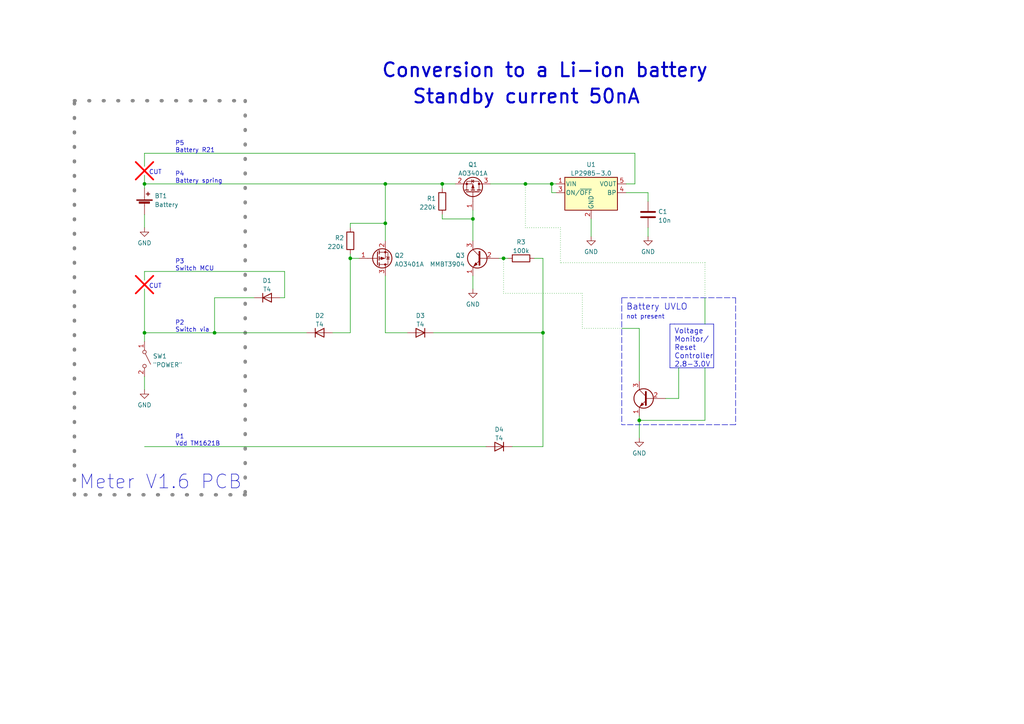
<source format=kicad_sch>
(kicad_sch (version 20211123) (generator eeschema)
  (paper "A4")
  (lib_symbols
    (symbol "Device:Battery_Cell" (pin_numbers hide) (pin_names (offset 0) hide)
      (property "Reference" "BT" (at 2.54 2.54 0))
      (property "Value" "Battery_Cell" (at 2.54 0 0))
      (symbol "Battery_Cell_0_1"
        (rectangle (start -2.286 1.778) (end 2.286 1.524) (fill (type outline)))
        (rectangle (start -1.5748 1.1938) (end 1.4732 0.6858) (fill (type outline)))
        (polyline (pts (xy 0 0.762) (xy 0 0)))
        (polyline (pts (xy 0 1.778) (xy 0 2.54)))
        (polyline (pts (xy 0.508 3.429) (xy 1.524 3.429)) (stroke (width 0.254)))
        (polyline (pts (xy 1.016 3.937) (xy 1.016 2.921)) (stroke (width 0.254)))
      )
      (symbol "Battery_Cell_1_1"
        (pin passive line (at 0 5.08 270) (length 2.54) (name "+") (number "1"))
        (pin passive line (at 0 -2.54 90) (length 2.54) (name "-") (number "2"))
      )
    )
    (symbol "Device:C" (pin_numbers hide) (pin_names (offset 0.254))
      (property "Reference" "C" (at 0.635 2.54 0))
      (property "Value" "C" (at 0.635 -2.54 0))
      (symbol "C_0_1"
        (polyline (pts (xy -2.032 -0.762) (xy 2.032 -0.762)) (stroke (width 0.508)))
        (polyline (pts (xy -2.032 0.762) (xy 2.032 0.762)) (stroke (width 0.508)))
      )
      (symbol "C_1_1"
        (pin passive line (at 0 3.81 270) (length 2.794) (name "~") (number "1"))
        (pin passive line (at 0 -3.81 90) (length 2.794) (name "~") (number "2"))
      )
    )
    (symbol "Device:D" (pin_numbers hide) (pin_names (offset 1.016) hide)
      (property "Reference" "D" (at 0 2.54 0))
      (property "Value" "D" (at 0 -2.54 0))
      (symbol "D_0_1"
        (polyline (pts (xy -1.27 1.27) (xy -1.27 -1.27)) (stroke (width 0.254)))
        (polyline (pts (xy 1.27 0) (xy -1.27 0)))
        (polyline (pts (xy 1.27 1.27) (xy 1.27 -1.27) (xy -1.27 0) (xy 1.27 1.27)) (stroke (width 0.254)))
      )
      (symbol "D_1_1"
        (pin passive line (at -3.81 0 0) (length 2.54) (name "K") (number "1"))
        (pin passive line (at 3.81 0 180) (length 2.54) (name "A") (number "2"))
      )
    )
    (symbol "Device:R" (pin_numbers hide) (pin_names (offset 0))
      (property "Reference" "R" (at 2.032 0 90))
      (property "Value" "R" (at 0 0 90))
      (symbol "R_0_1"
        (rectangle (start -1.016 -2.54) (end 1.016 2.54) (stroke (width 0.254)))
      )
      (symbol "R_1_1"
        (pin passive line (at 0 3.81 270) (length 1.27) (name "~") (number "1"))
        (pin passive line (at 0 -3.81 90) (length 1.27) (name "~") (number "2"))
      )
    )
    (symbol "Regulator_Linear:LP2985-3.0" (pin_names (offset 0.254))
      (property "Reference" "U" (at -6.35 5.715 0))
      (property "Value" "LP2985-3.0" (at 0 5.715 0))
      (symbol "LP2985-3.0_0_1"
        (rectangle (start -7.62 -5.08) (end 7.62 4.445) (stroke (width 0.254)) (fill (type background)))
      )
      (symbol "LP2985-3.0_1_1"
        (pin power_in line (at -10.16 2.54 0) (length 2.54) (name "VIN") (number "1"))
        (pin power_in line (at 0 -7.62 90) (length 2.54) (name "GND") (number "2"))
        (pin input line (at -10.16 0 0) (length 2.54) (name "ON/~{OFF}") (number "3"))
        (pin input line (at 10.16 0 180) (length 2.54) (name "BP") (number "4"))
        (pin power_out line (at 10.16 2.54 180) (length 2.54) (name "VOUT") (number "5"))
      )
    )
    (symbol "Switch:SW_SPST" (pin_names (offset 0) hide)
      (property "Reference" "SW" (at 0 3.175 0))
      (property "Value" "SW_SPST" (at 0 -2.54 0))
      (symbol "SW_SPST_0_0"
        (circle (center -2.032 0) (radius 0.508))
        (polyline (pts (xy -1.524 0.254) (xy 1.524 1.778)))
        (circle (center 2.032 0) (radius 0.508))
      )
      (symbol "SW_SPST_1_1"
        (pin passive line (at -5.08 0 0) (length 2.54) (name "A") (number "1"))
        (pin passive line (at 5.08 0 180) (length 2.54) (name "B") (number "2"))
      )
    )
    (symbol "Transistor_BJT:2N3904" (pin_names (offset 0) hide)
      (property "Reference" "Q" (at 5.08 1.905 0))
      (property "Value" "2N3904" (at 5.08 0 0))
      (symbol "2N3904_0_1"
        (polyline (pts (xy 0.635 0.635) (xy 2.54 2.54)))
        (polyline (pts (xy 0.635 -0.635) (xy 2.54 -2.54) (xy 2.54 -2.54)))
        (polyline (pts (xy 0.635 1.905) (xy 0.635 -1.905) (xy 0.635 -1.905)) (stroke (width 0.508)))
        (polyline (pts (xy 1.27 -1.778) (xy 1.778 -1.27) (xy 2.286 -2.286) (xy 1.27 -1.778) (xy 1.27 -1.778)) (fill (type outline)))
        (circle (center 1.27 0) (radius 2.8194) (stroke (width 0.254)))
      )
      (symbol "2N3904_1_1"
        (pin passive line (at 2.54 -5.08 90) (length 2.54) (name "E") (number "1"))
        (pin passive line (at -5.08 0 0) (length 5.715) (name "B") (number "2"))
        (pin passive line (at 2.54 5.08 270) (length 2.54) (name "C") (number "3"))
      )
    )
    (symbol "Transistor_FET:AO3401A" (pin_names hide)
      (property "Reference" "Q" (at 5.08 1.905 0))
      (property "Value" "AO3401A" (at 5.08 0 0))
      (symbol "AO3401A_0_1"
        (polyline (pts (xy 0.254 0) (xy -2.54 0)))
        (polyline (pts (xy 0.254 1.905) (xy 0.254 -1.905)) (stroke (width 0.254)))
        (polyline (pts (xy 0.762 -1.27) (xy 0.762 -2.286)) (stroke (width 0.254)))
        (polyline (pts (xy 0.762 0.508) (xy 0.762 -0.508)) (stroke (width 0.254)))
        (polyline (pts (xy 0.762 2.286) (xy 0.762 1.27)) (stroke (width 0.254)))
        (polyline (pts (xy 2.54 2.54) (xy 2.54 1.778)))
        (polyline (pts (xy 2.54 -2.54) (xy 2.54 0) (xy 0.762 0)))
        (polyline (pts (xy 0.762 1.778) (xy 3.302 1.778) (xy 3.302 -1.778) (xy 0.762 -1.778)))
        (polyline (pts (xy 2.286 0) (xy 1.27 0.381) (xy 1.27 -0.381) (xy 2.286 0)) (fill (type outline)))
        (polyline (pts (xy 2.794 -0.508) (xy 2.921 -0.381) (xy 3.683 -0.381) (xy 3.81 -0.254)))
        (polyline (pts (xy 3.302 -0.381) (xy 2.921 0.254) (xy 3.683 0.254) (xy 3.302 -0.381)))
        (circle (center 1.651 0) (radius 2.794) (stroke (width 0.254)))
        (circle (center 2.54 -1.778) (radius 0.254) (fill (type outline)))
        (circle (center 2.54 1.778) (radius 0.254) (fill (type outline)))
      )
      (symbol "AO3401A_1_1"
        (pin input line (at -5.08 0 0) (length 2.54) (name "G") (number "1"))
        (pin passive line (at 2.54 -5.08 90) (length 2.54) (name "S") (number "2"))
        (pin passive line (at 2.54 5.08 270) (length 2.54) (name "D") (number "3"))
      )
    )
    (symbol "power:GND" (power) (pin_names (offset 0))
      (property "Value" "GND" (at 0 -3.81 0))
      (symbol "GND_0_1"
        (polyline (pts (xy 0 0) (xy 0 -1.27) (xy 1.27 -1.27) (xy 0 -2.54) (xy -1.27 -1.27) (xy 0 -1.27)))
      )
      (symbol "GND_1_1"
        (pin power_in line (at 0 0 270) (length 0) hide (name "GND") (number "1"))
      )
    )
  )
  (junction (at 157.48 96.52))
  (junction (at 185.42 121.92))
  (junction (at 101.6 74.93))
  (junction (at 111.76 64.77))
  (junction (at 160.02 53.34))
  (junction (at 62.23 96.52))
  (junction (at 41.91 96.52))
  (junction (at 128.27 53.34))
  (junction (at 137.16 63.5))
  (junction (at 111.76 53.34))
  (junction (at 41.91 53.34))
  (junction (at 152.4 53.34))
  (junction (at 146.05 74.93))
  (wire (pts (xy 82.55 86.36) (xy 82.55 78.74)))
  (wire (pts (xy 160.02 53.34) (xy 161.29 53.34)))
  (wire (pts (xy 142.24 53.34) (xy 152.4 53.34)))
  (wire (pts (xy 168.91 95.25) (xy 180.34 95.25)) (stroke (width 0) (type dot)))
  (wire (pts (xy 132.08 53.34) (xy 128.27 53.34)))
  (wire (pts (xy 144.78 74.93) (xy 146.05 74.93)))
  (wire (pts (xy 96.52 96.52) (xy 101.6 96.52)))
  (wire (pts (xy 185.42 121.92) (xy 204.47 121.92)))
  (polyline (pts (xy 39.37 85.09) (xy 44.45 80.01)) (stroke (width 0.5) (type solid) (color 255 0 0 1)))
  (wire (pts (xy 128.27 53.34) (xy 128.27 54.61)))
  (wire (pts (xy 157.48 74.93) (xy 154.94 74.93)))
  (wire (pts (xy 41.91 50.8) (xy 41.91 53.34)))
  (wire (pts (xy 41.91 44.45) (xy 184.15 44.45)))
  (wire (pts (xy 196.85 106.68) (xy 196.85 115.57)))
  (wire (pts (xy 137.16 80.01) (xy 137.16 83.82)))
  (wire (pts (xy 185.42 121.92) (xy 185.42 127)))
  (wire (pts (xy 137.16 63.5) (xy 137.16 69.85)))
  (polyline (pts (xy 21.59 29.21) (xy 71.12 29.21)) (stroke (width 1) (type dot) (color 132 132 132 1)))
  (wire (pts (xy 171.45 68.58) (xy 171.45 63.5)))
  (polyline (pts (xy 71.12 143.51) (xy 21.59 143.51)) (stroke (width 1) (type dot) (color 132 132 132 1)))
  (wire (pts (xy 185.42 120.65) (xy 185.42 121.92)))
  (wire (pts (xy 41.91 83.82) (xy 41.91 96.52)))
  (wire (pts (xy 181.61 55.88) (xy 187.96 55.88)))
  (wire (pts (xy 168.91 85.09) (xy 168.91 95.25)) (stroke (width 0) (type dot)))
  (wire (pts (xy 81.28 86.36) (xy 82.55 86.36)))
  (wire (pts (xy 125.73 96.52) (xy 157.48 96.52)))
  (wire (pts (xy 187.96 55.88) (xy 187.96 58.42)))
  (wire (pts (xy 152.4 53.34) (xy 160.02 53.34)))
  (wire (pts (xy 181.61 53.34) (xy 184.15 53.34)))
  (wire (pts (xy 41.91 129.54) (xy 140.97 129.54)))
  (wire (pts (xy 137.16 60.96) (xy 137.16 63.5)))
  (wire (pts (xy 41.91 96.52) (xy 41.91 99.06)))
  (wire (pts (xy 128.27 62.23) (xy 128.27 63.5)))
  (wire (pts (xy 111.76 64.77) (xy 101.6 64.77)))
  (wire (pts (xy 41.91 78.74) (xy 41.91 81.28)))
  (wire (pts (xy 41.91 96.52) (xy 62.23 96.52)))
  (polyline (pts (xy 180.34 86.36) (xy 180.34 123.19)))
  (polyline (pts (xy 207.01 106.68) (xy 194.31 106.68)) (stroke (width 0) (type solid)))
  (polyline (pts (xy 180.34 86.36) (xy 213.36 86.36)))
  (polyline (pts (xy 213.36 123.19) (xy 180.34 123.19)))
  (wire (pts (xy 128.27 63.5) (xy 137.16 63.5)))
  (wire (pts (xy 73.66 86.36) (xy 62.23 86.36)))
  (wire (pts (xy 41.91 109.22) (xy 41.91 113.03)))
  (polyline (pts (xy 39.37 46.99) (xy 44.45 52.07)) (stroke (width 0.5) (type solid) (color 255 0 0 1)))
  (polyline (pts (xy 39.37 52.07) (xy 44.45 46.99)) (stroke (width 0.5) (type solid) (color 255 0 0 1)))
  (wire (pts (xy 162.56 66.04) (xy 152.4 66.04)) (stroke (width 0) (type dot)))
  (wire (pts (xy 62.23 96.52) (xy 88.9 96.52)))
  (wire (pts (xy 157.48 129.54) (xy 157.48 96.52)))
  (polyline (pts (xy 194.31 93.98) (xy 195.58 93.98)) (stroke (width 0) (type solid)))
  (wire (pts (xy 187.96 66.04) (xy 187.96 68.58)))
  (wire (pts (xy 204.47 86.36) (xy 204.47 93.98)))
  (wire (pts (xy 185.42 110.49) (xy 185.42 95.25)))
  (wire (pts (xy 104.14 74.93) (xy 101.6 74.93)))
  (wire (pts (xy 111.76 96.52) (xy 118.11 96.52)))
  (wire (pts (xy 146.05 85.09) (xy 168.91 85.09)) (stroke (width 0) (type dot)))
  (wire (pts (xy 157.48 96.52) (xy 157.48 74.93)))
  (wire (pts (xy 41.91 62.23) (xy 41.91 66.04)))
  (wire (pts (xy 204.47 76.2) (xy 162.56 76.2)) (stroke (width 0) (type dot)))
  (wire (pts (xy 62.23 86.36) (xy 62.23 96.52)))
  (wire (pts (xy 101.6 64.77) (xy 101.6 66.04)))
  (wire (pts (xy 111.76 69.85) (xy 111.76 64.77)))
  (wire (pts (xy 152.4 66.04) (xy 152.4 53.34)) (stroke (width 0) (type dot)))
  (wire (pts (xy 204.47 76.2) (xy 204.47 86.36)) (stroke (width 0) (type dot)))
  (polyline (pts (xy 207.01 93.98) (xy 207.01 106.68)) (stroke (width 0) (type solid)))
  (wire (pts (xy 193.04 115.57) (xy 196.85 115.57)))
  (polyline (pts (xy 213.36 86.36) (xy 213.36 123.19)))
  (polyline (pts (xy 194.31 106.68) (xy 194.31 93.98)) (stroke (width 0) (type solid)))
  (wire (pts (xy 161.29 55.88) (xy 160.02 55.88)))
  (wire (pts (xy 111.76 53.34) (xy 111.76 64.77)))
  (wire (pts (xy 111.76 53.34) (xy 128.27 53.34)))
  (wire (pts (xy 41.91 78.74) (xy 82.55 78.74)))
  (polyline (pts (xy 21.59 143.51) (xy 21.59 29.21)) (stroke (width 1) (type dot) (color 132 132 132 1)))
  (wire (pts (xy 160.02 55.88) (xy 160.02 53.34)))
  (polyline (pts (xy 71.12 29.21) (xy 71.12 143.51)) (stroke (width 1) (type dot) (color 132 132 132 1)))
  (wire (pts (xy 41.91 44.45) (xy 41.91 48.26)))
  (wire (pts (xy 111.76 80.01) (xy 111.76 96.52)))
  (polyline (pts (xy 39.37 80.01) (xy 44.45 85.09)) (stroke (width 0.5) (type solid) (color 255 0 0 1)))
  (wire (pts (xy 101.6 74.93) (xy 101.6 73.66)))
  (wire (pts (xy 146.05 74.93) (xy 147.32 74.93)))
  (wire (pts (xy 184.15 53.34) (xy 184.15 44.45)))
  (wire (pts (xy 101.6 96.52) (xy 101.6 74.93)))
  (wire (pts (xy 204.47 106.68) (xy 204.47 121.92)))
  (wire (pts (xy 180.34 95.25) (xy 185.42 95.25)))
  (polyline (pts (xy 195.58 93.98) (xy 207.01 93.98)) (stroke (width 0) (type solid)))
  (wire (pts (xy 146.05 74.93) (xy 146.05 85.09)) (stroke (width 0) (type dot)))
  (wire (pts (xy 41.91 54.61) (xy 41.91 53.34)))
  (wire (pts (xy 41.91 53.34) (xy 111.76 53.34)))
  (wire (pts (xy 162.56 76.2) (xy 162.56 66.04)) (stroke (width 0) (type dot)))
  (wire (pts (xy 148.59 129.54) (xy 157.48 129.54)))
  (text "P3\nSwitch MCU" (at 50.8 78.74 0) (effects (font (size 1.27 1.27)) (justify left bottom)))
  (text "CUT" (at 43.18 50.8 0) (effects (font (size 1.27 1.27)) (justify left bottom)))
  (text "Meter V1.6 PCB" (at 22.86 142.24 0) (effects (font (size 4 4)) (justify left bottom)))
  (text "P5\nBattery R21" (at 50.8 44.45 0) (effects (font (size 1.27 1.27)) (justify left bottom)))
  (text "CUT" (at 43.18 83.82 0) (effects (font (size 1.27 1.27)) (justify left bottom)))
  (text "Battery UVLO" (at 181.61 90.17 0) (effects (font (size 1.8 1.8)) (justify left bottom)))
  (text "P1\nVdd TM1621B" (at 50.8 129.54 0) (effects (font (size 1.27 1.27)) (justify left bottom)))
  (text "not present" (at 181.61 92.71 0) (effects (font (size 1.27 1.27)) (justify left bottom)))
  (text "Voltage \nMonitor/\nReset\nController\n2.8-3.0V" (at 195.58 106.68 0) (effects (font (size 1.5 1.5)) (justify left bottom)))
  (text "Standby current 50nA" (at 119.38 30.48 0) (effects (font (size 4 4) (thickness 0.6) bold) (justify left bottom)))
  (text "P2\nSwitch via" (at 50.8 96.52 0) (effects (font (size 1.27 1.27)) (justify left bottom)))
  (text "Conversion to a Li-ion battery" (at 110.49 22.86 0) (effects (font (size 4 4) (thickness 0.6) bold) (justify left bottom)))
  (text "P4\nBattery spring" (at 50.8 53.34 0) (effects (font (size 1.27 1.27)) (justify left bottom)))
  (symbol (lib_id "power:GND") (at 41.91 113.03 0) (unit 1)
    (property "Reference" "#PWR05" (effects hide))
    (property "Value" "GND" (at 41.91 117.4734 0))
  )
  (symbol (lib_id "power:GND") (at 185.42 127 0) (unit 1)
    (property "Reference" "#PWR06" (effects hide))
    (property "Value" "GND" (at 185.42 131.4434 0))
  )
  (symbol (lib_id "Transistor_BJT:2N3904") (at 187.96 115.57 0) (mirror y) (unit 1)
    (property "Reference" "Q4" (effects hide))
    (property "Value" "2N3904" (effects hide))
    (property "Footprint" "Package_TO_SOT_THT:TO-92_Inline" (effects hide))
    (property "Datasheet" "https://www.onsemi.com/pub/Collateral/2N3903-D.PDF" (effects hide))
  )
  (symbol (lib_id "power:GND") (at 41.91 66.04 0) (unit 1)
    (property "Reference" "#PWR01" (effects hide))
    (property "Value" "GND" (at 41.91 70.4834 0))
  )
  (symbol (lib_id "Device:R") (at 151.13 74.93 90) (unit 1)
    (property "Reference" "R3" (at 151.13 70.2142 90))
    (property "Value" "100k" (at 151.13 72.7511 90))
  )
  (symbol (lib_id "Transistor_FET:AO3401A") (at 109.22 74.93 0) (mirror x) (unit 1)
    (property "Reference" "Q2" (at 114.4269 74.0953 0) (effects (justify left)))
    (property "Value" "AO3401A" (at 114.4269 76.6322 0) (effects (justify left)))
    (property "Footprint" "Package_TO_SOT_SMD:SOT-23" (effects hide))
    (property "Datasheet" "http://www.aosmd.com/pdfs/datasheet/AO3401A.pdf" (effects hide))
  )
  (symbol (lib_id "Device:D") (at 92.71 96.52 0) (unit 1)
    (property "Reference" "D2" (at 92.71 91.5502 0))
    (property "Value" "T4" (at 92.71 94.0871 0))
  )
  (symbol (lib_id "Device:D") (at 77.47 86.36 0) (unit 1)
    (property "Reference" "D1" (at 77.47 81.3902 0))
    (property "Value" "T4" (at 77.47 83.9271 0))
  )
  (symbol (lib_id "Regulator_Linear:LP2985-3.0") (at 171.45 55.88 0) (unit 1)
    (property "Reference" "U1" (at 171.45 47.7352 0))
    (property "Value" "LP2985-3.0" (at 171.45 50.2721 0))
    (property "Footprint" "Package_TO_SOT_SMD:SOT-23-5" (effects hide))
    (property "Datasheet" "http://www.ti.com/lit/ds/symlink/lp2985.pdf" (effects hide))
  )
  (symbol (lib_id "Device:D") (at 144.78 129.54 180) (unit 1)
    (property "Reference" "D4" (at 144.78 124.5702 0))
    (property "Value" "T4" (at 144.78 127.1071 0))
  )
  (symbol (lib_id "Device:C") (at 187.96 62.23 0) (unit 1)
    (property "Reference" "C1" (at 190.881 61.3953 0) (effects (justify left)))
    (property "Value" "10n" (at 190.881 63.9322 0) (effects (justify left)))
  )
  (symbol (lib_id "Device:Battery_Cell") (at 41.91 59.69 0) (unit 1)
    (property "Reference" "BT1" (at 44.831 56.8233 0) (effects (justify left)))
    (property "Value" "Battery" (at 44.831 59.3602 0) (effects (justify left)))
  )
  (symbol (lib_id "Transistor_BJT:2N3904") (at 139.7 74.93 0) (mirror y) (unit 1)
    (property "Reference" "Q3" (at 134.8486 74.0953 0) (effects (justify left)))
    (property "Value" "MMBT3904" (at 134.8486 76.6322 0) (effects (justify left)))
    (property "Footprint" "Package_TO_SOT_THT:TO-92_Inline" (effects hide))
    (property "Datasheet" "https://www.onsemi.com/pub/Collateral/2N3903-D.PDF" (effects hide))
  )
  (symbol (lib_id "Switch:SW_SPST") (at 41.91 104.14 270) (unit 1)
    (property "Reference" "SW1" (at 44.323 103.3053 90) (effects (justify left)))
    (property "Value" "\"POWER\"" (at 44.323 105.8422 90) (effects (justify left)))
  )
  (symbol (lib_id "power:GND") (at 137.16 83.82 0) (unit 1)
    (property "Reference" "#PWR04" (effects hide))
    (property "Value" "GND" (at 137.16 88.2634 0))
  )
  (symbol (lib_id "power:GND") (at 171.45 68.58 0) (unit 1)
    (property "Reference" "#PWR02" (effects hide))
    (property "Value" "GND" (at 171.45 73.0234 0))
  )
  (symbol (lib_id "Device:R") (at 128.27 58.42 0) (mirror x) (unit 1)
    (property "Reference" "R1" (at 126.4921 57.5853 0) (effects (justify right)))
    (property "Value" "220k" (at 126.4921 60.1222 0) (effects (justify right)))
  )
  (symbol (lib_id "Device:D") (at 121.92 96.52 180) (unit 1)
    (property "Reference" "D3" (at 121.92 91.5502 0))
    (property "Value" "T4" (at 121.92 94.0871 0))
  )
  (symbol (lib_id "Device:R") (at 101.6 69.85 0) (mirror x) (unit 1)
    (property "Reference" "R2" (at 99.8221 69.0153 0) (effects (justify right)))
    (property "Value" "220k" (at 99.8221 71.5522 0) (effects (justify right)))
  )
  (symbol (lib_id "power:GND") (at 187.96 68.58 0) (unit 1)
    (property "Reference" "#PWR03" (effects hide))
    (property "Value" "GND" (at 187.96 73.0234 0))
  )
  (symbol (lib_id "Transistor_FET:AO3401A") (at 137.16 55.88 270) (mirror x) (unit 1)
    (property "Reference" "Q1" (at 137.16 47.7352 90))
    (property "Value" "AO3401A" (at 137.16 50.2721 90))
    (property "Footprint" "Package_TO_SOT_SMD:SOT-23" (effects hide))
    (property "Datasheet" "http://www.aosmd.com/pdfs/datasheet/AO3401A.pdf" (effects hide))
  )
)
</source>
